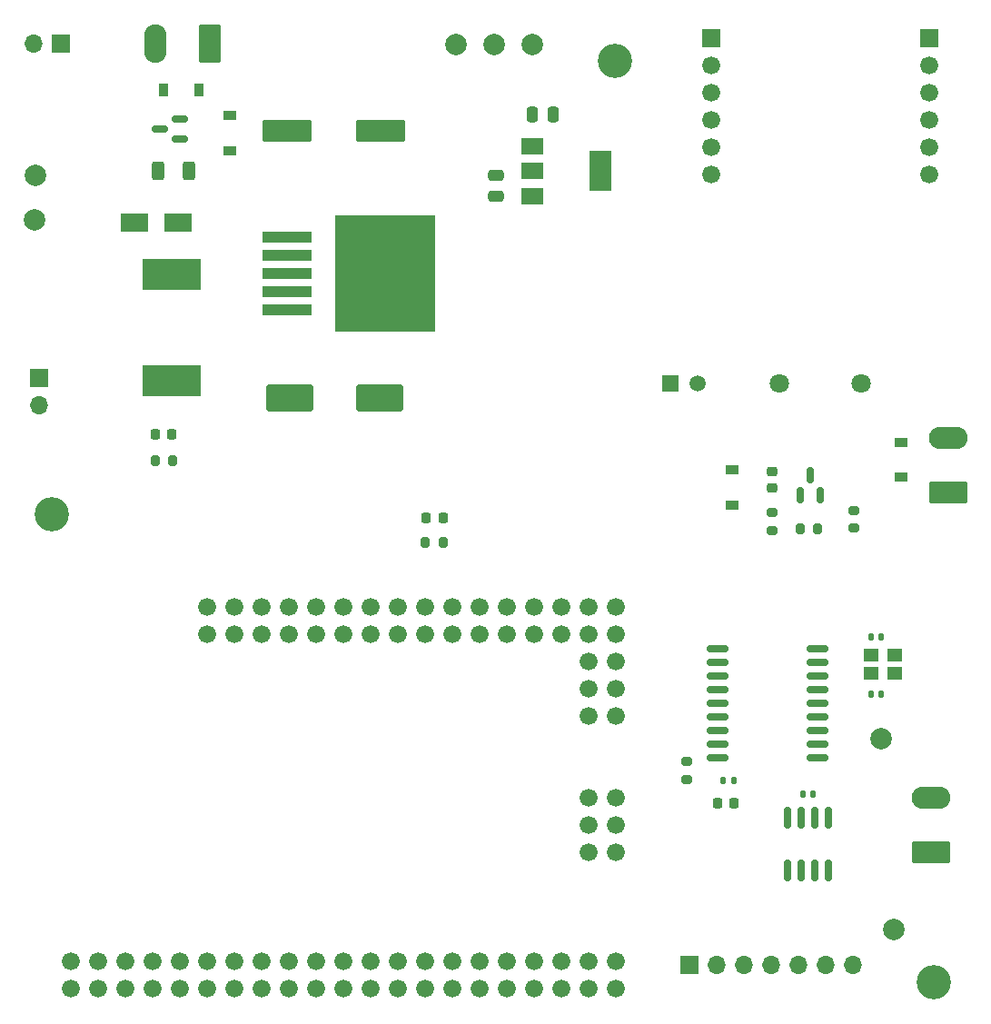
<source format=gts>
G04 #@! TF.GenerationSoftware,KiCad,Pcbnew,(6.0.11)*
G04 #@! TF.CreationDate,2023-08-29T13:20:49-05:00*
G04 #@! TF.ProjectId,MB,4d422e6b-6963-4616-945f-706362585858,rev?*
G04 #@! TF.SameCoordinates,Original*
G04 #@! TF.FileFunction,Soldermask,Top*
G04 #@! TF.FilePolarity,Negative*
%FSLAX46Y46*%
G04 Gerber Fmt 4.6, Leading zero omitted, Abs format (unit mm)*
G04 Created by KiCad (PCBNEW (6.0.11)) date 2023-08-29 13:20:49*
%MOMM*%
%LPD*%
G01*
G04 APERTURE LIST*
G04 Aperture macros list*
%AMRoundRect*
0 Rectangle with rounded corners*
0 $1 Rounding radius*
0 $2 $3 $4 $5 $6 $7 $8 $9 X,Y pos of 4 corners*
0 Add a 4 corners polygon primitive as box body*
4,1,4,$2,$3,$4,$5,$6,$7,$8,$9,$2,$3,0*
0 Add four circle primitives for the rounded corners*
1,1,$1+$1,$2,$3*
1,1,$1+$1,$4,$5*
1,1,$1+$1,$6,$7*
1,1,$1+$1,$8,$9*
0 Add four rect primitives between the rounded corners*
20,1,$1+$1,$2,$3,$4,$5,0*
20,1,$1+$1,$4,$5,$6,$7,0*
20,1,$1+$1,$6,$7,$8,$9,0*
20,1,$1+$1,$8,$9,$2,$3,0*%
G04 Aperture macros list end*
%ADD10RoundRect,0.150000X-0.150000X0.825000X-0.150000X-0.825000X0.150000X-0.825000X0.150000X0.825000X0*%
%ADD11R,1.700000X1.700000*%
%ADD12O,1.700000X1.700000*%
%ADD13RoundRect,0.249999X1.550001X-0.790001X1.550001X0.790001X-1.550001X0.790001X-1.550001X-0.790001X0*%
%ADD14O,3.600000X2.080000*%
%ADD15RoundRect,0.200000X-0.200000X-0.275000X0.200000X-0.275000X0.200000X0.275000X-0.200000X0.275000X0*%
%ADD16R,2.500000X1.800000*%
%ADD17RoundRect,0.249999X0.790001X1.550001X-0.790001X1.550001X-0.790001X-1.550001X0.790001X-1.550001X0*%
%ADD18O,2.080000X3.600000*%
%ADD19R,1.508000X1.508000*%
%ADD20C,1.508000*%
%ADD21C,1.800000*%
%ADD22RoundRect,0.150000X0.875000X0.150000X-0.875000X0.150000X-0.875000X-0.150000X0.875000X-0.150000X0*%
%ADD23RoundRect,0.250001X-2.049999X-0.799999X2.049999X-0.799999X2.049999X0.799999X-2.049999X0.799999X0*%
%ADD24C,1.676400*%
%ADD25R,1.400000X1.200000*%
%ADD26R,1.220000X0.910000*%
%ADD27RoundRect,0.140000X-0.140000X-0.170000X0.140000X-0.170000X0.140000X0.170000X-0.140000X0.170000X0*%
%ADD28C,2.000000*%
%ADD29RoundRect,0.218750X-0.256250X0.218750X-0.256250X-0.218750X0.256250X-0.218750X0.256250X0.218750X0*%
%ADD30R,0.910000X1.220000*%
%ADD31RoundRect,0.250000X-1.950000X-1.000000X1.950000X-1.000000X1.950000X1.000000X-1.950000X1.000000X0*%
%ADD32R,4.600000X1.100000*%
%ADD33R,9.400000X10.800000*%
%ADD34RoundRect,0.200000X-0.275000X0.200000X-0.275000X-0.200000X0.275000X-0.200000X0.275000X0.200000X0*%
%ADD35R,5.399999X2.899999*%
%ADD36C,3.200000*%
%ADD37RoundRect,0.150000X0.587500X0.150000X-0.587500X0.150000X-0.587500X-0.150000X0.587500X-0.150000X0*%
%ADD38RoundRect,0.200000X0.275000X-0.200000X0.275000X0.200000X-0.275000X0.200000X-0.275000X-0.200000X0*%
%ADD39RoundRect,0.150000X0.150000X-0.587500X0.150000X0.587500X-0.150000X0.587500X-0.150000X-0.587500X0*%
%ADD40RoundRect,0.250000X0.475000X-0.250000X0.475000X0.250000X-0.475000X0.250000X-0.475000X-0.250000X0*%
%ADD41RoundRect,0.200000X0.200000X0.275000X-0.200000X0.275000X-0.200000X-0.275000X0.200000X-0.275000X0*%
%ADD42R,1.680000X1.680000*%
%ADD43C,1.680000*%
%ADD44R,2.000000X1.500000*%
%ADD45R,2.000000X3.800000*%
%ADD46RoundRect,0.218750X-0.218750X-0.256250X0.218750X-0.256250X0.218750X0.256250X-0.218750X0.256250X0*%
%ADD47R,1.200000X0.900000*%
%ADD48RoundRect,0.250000X0.312500X0.625000X-0.312500X0.625000X-0.312500X-0.625000X0.312500X-0.625000X0*%
%ADD49RoundRect,0.250000X0.250000X0.475000X-0.250000X0.475000X-0.250000X-0.475000X0.250000X-0.475000X0*%
%ADD50RoundRect,0.225000X-0.225000X-0.250000X0.225000X-0.250000X0.225000X0.250000X-0.225000X0.250000X0*%
%ADD51RoundRect,0.140000X0.140000X0.170000X-0.140000X0.170000X-0.140000X-0.170000X0.140000X-0.170000X0*%
G04 APERTURE END LIST*
D10*
X205257400Y-108951800D03*
X203987400Y-108951800D03*
X202717400Y-108951800D03*
X201447400Y-108951800D03*
X201447400Y-104001800D03*
X202717400Y-104001800D03*
X203987400Y-104001800D03*
X205257400Y-104001800D03*
D11*
X192252600Y-117729000D03*
D12*
X194792600Y-117729000D03*
X197332600Y-117729000D03*
X199872600Y-117729000D03*
X202412600Y-117729000D03*
X204952600Y-117729000D03*
X207492600Y-117729000D03*
D13*
X216370400Y-73736200D03*
D14*
X216370400Y-68656200D03*
D15*
X167678600Y-78384400D03*
X169328600Y-78384400D03*
D16*
X144570200Y-48539400D03*
X140570200Y-48539400D03*
D17*
X147548600Y-31851600D03*
D18*
X142468600Y-31851600D03*
D19*
X190512400Y-63500200D03*
D20*
X193052400Y-63500200D03*
D21*
X200672400Y-63500200D03*
X208292400Y-63500200D03*
D22*
X204243200Y-98399600D03*
X204243200Y-97129600D03*
X204243200Y-95859600D03*
X204243200Y-94589600D03*
X204243200Y-93319600D03*
X204243200Y-92049600D03*
X204243200Y-90779600D03*
X204243200Y-89509600D03*
X204243200Y-88239600D03*
X194943200Y-88239600D03*
X194943200Y-89509600D03*
X194943200Y-90779600D03*
X194943200Y-92049600D03*
X194943200Y-93319600D03*
X194943200Y-94589600D03*
X194943200Y-95859600D03*
X194943200Y-97129600D03*
X194943200Y-98399600D03*
D23*
X154731000Y-40030400D03*
X163531000Y-40030400D03*
D24*
X142262200Y-119964200D03*
X142262200Y-117424200D03*
X139722200Y-119964200D03*
X139722200Y-117424200D03*
X185442200Y-102184200D03*
X147342200Y-84404200D03*
X147342200Y-86944200D03*
X149882200Y-84404200D03*
X149882200Y-86944200D03*
X152422200Y-84404200D03*
X152422200Y-86944200D03*
X154962200Y-84404200D03*
X154962200Y-86944200D03*
X157502200Y-84404200D03*
X157502200Y-86944200D03*
X160042200Y-84404200D03*
X160042200Y-86944200D03*
X162582200Y-84404200D03*
X162582200Y-86944200D03*
X165122200Y-84404200D03*
X165122200Y-86944200D03*
X144802200Y-117424200D03*
X149882200Y-117424200D03*
X149882200Y-119964200D03*
X152422200Y-117424200D03*
X152422200Y-119964200D03*
X154962200Y-117424200D03*
X154962200Y-119964200D03*
X157502200Y-117424200D03*
X157502200Y-119964200D03*
X160042200Y-117424200D03*
X160042200Y-119964200D03*
X162582200Y-117424200D03*
X162582200Y-119964200D03*
X165122200Y-117424200D03*
X165122200Y-119964200D03*
X167662200Y-117424200D03*
X167662200Y-119964200D03*
X170202200Y-117424200D03*
X170202200Y-119964200D03*
X172742200Y-117424200D03*
X172742200Y-119964200D03*
X175282200Y-117424200D03*
X175282200Y-119964200D03*
X177822200Y-117424200D03*
X177822200Y-119964200D03*
X180362200Y-117424200D03*
X180362200Y-119964200D03*
X182902200Y-117424200D03*
X182902200Y-119964200D03*
X185442200Y-117424200D03*
X185442200Y-119964200D03*
X167662200Y-84404200D03*
X167662200Y-86944200D03*
X170202200Y-84404200D03*
X170202200Y-86944200D03*
X172742200Y-84404200D03*
X172742200Y-86944200D03*
X175282200Y-84404200D03*
X175282200Y-86944200D03*
X177822200Y-84404200D03*
X177822200Y-86944200D03*
X180362200Y-84404200D03*
X180362200Y-86944200D03*
X182902200Y-84404200D03*
X182902200Y-86944200D03*
X185442200Y-84404200D03*
X185442200Y-86944200D03*
X185442200Y-89484200D03*
X182902200Y-89484200D03*
X185442200Y-92024200D03*
X182902200Y-92024200D03*
X185442200Y-94564200D03*
X182902200Y-94564200D03*
X137182200Y-119964200D03*
X137182200Y-117424200D03*
X185442200Y-107264200D03*
X182902200Y-102184200D03*
X185442200Y-104724200D03*
X182902200Y-107264200D03*
X144802200Y-119964200D03*
X147342200Y-117424200D03*
X182902200Y-104724200D03*
X147342200Y-119964200D03*
X134642200Y-119964200D03*
X134642200Y-117424200D03*
D25*
X209212000Y-90537400D03*
X211412000Y-90537400D03*
X211412000Y-88837400D03*
X209212000Y-88837400D03*
D26*
X212013800Y-69027800D03*
X212013800Y-72297800D03*
D27*
X202872400Y-101828600D03*
X203832400Y-101828600D03*
D28*
X131318000Y-44170600D03*
X131216400Y-48260000D03*
D29*
X199948800Y-71729500D03*
X199948800Y-73304500D03*
D30*
X143297400Y-36169600D03*
X146567400Y-36169600D03*
D31*
X155032600Y-64897000D03*
X163432600Y-64897000D03*
D28*
X210159600Y-96621600D03*
D32*
X154742800Y-49908200D03*
X154742800Y-51608200D03*
X154742800Y-53308200D03*
D33*
X163892800Y-53308200D03*
D32*
X154742800Y-55008200D03*
X154742800Y-56708200D03*
D34*
X199948800Y-75578200D03*
X199948800Y-77228200D03*
D35*
X144043401Y-53368400D03*
X144043401Y-63268400D03*
D36*
X132842000Y-75692000D03*
D37*
X144803100Y-40777200D03*
X144803100Y-38877200D03*
X142928100Y-39827200D03*
D38*
X192049400Y-100443800D03*
X192049400Y-98793800D03*
D39*
X202605600Y-73937100D03*
X204505600Y-73937100D03*
X203555600Y-72062100D03*
D40*
X174244000Y-46085800D03*
X174244000Y-44185800D03*
D13*
X214821000Y-107238800D03*
D14*
X214821000Y-102158800D03*
D41*
X144106400Y-70713600D03*
X142456400Y-70713600D03*
D34*
X207645000Y-75349600D03*
X207645000Y-76999600D03*
D42*
X194305200Y-31343400D03*
D43*
X194305200Y-33883400D03*
X194305200Y-36423400D03*
X194305200Y-38963400D03*
X194305200Y-41503400D03*
X194305200Y-44043400D03*
D42*
X214625200Y-31343400D03*
D43*
X214625200Y-33883400D03*
X214625200Y-36423400D03*
X214625200Y-38963400D03*
X214625200Y-41503400D03*
X214625200Y-44043400D03*
D28*
X174117000Y-31927800D03*
D44*
X177672600Y-41464200D03*
D45*
X183972600Y-43764200D03*
D44*
X177672600Y-43764200D03*
X177672600Y-46064200D03*
D26*
X196291200Y-74888600D03*
X196291200Y-71618600D03*
D36*
X185369200Y-33477200D03*
D28*
X211353400Y-114401600D03*
D11*
X133700200Y-31851600D03*
D12*
X131160200Y-31851600D03*
D46*
X167741500Y-76047600D03*
X169316500Y-76047600D03*
D28*
X177596800Y-31927800D03*
D27*
X195432800Y-100558600D03*
X196392800Y-100558600D03*
D47*
X149402800Y-38532800D03*
X149402800Y-41832800D03*
D48*
X145632900Y-43764200D03*
X142707900Y-43764200D03*
D27*
X209222400Y-92506800D03*
X210182400Y-92506800D03*
D49*
X179562800Y-38455600D03*
X177662800Y-38455600D03*
D50*
X194881200Y-102641400D03*
X196431200Y-102641400D03*
D51*
X210182400Y-87147400D03*
X209222400Y-87147400D03*
D28*
X170484800Y-31927800D03*
D46*
X142468500Y-68275200D03*
X144043500Y-68275200D03*
D41*
X204253600Y-77114400D03*
X202603600Y-77114400D03*
D36*
X215036400Y-119354600D03*
D11*
X131648200Y-63017400D03*
D12*
X131648200Y-65557400D03*
M02*

</source>
